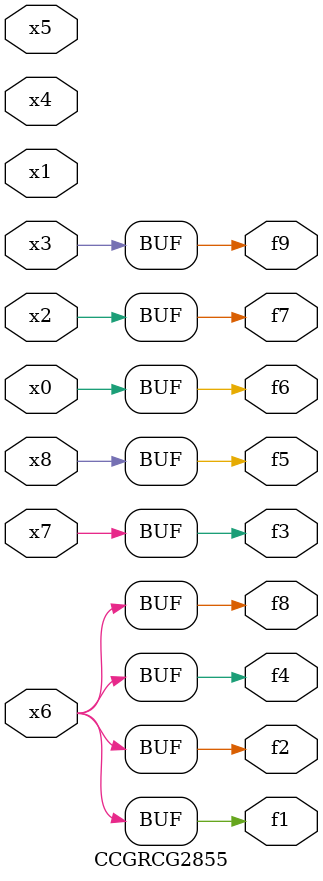
<source format=v>
module CCGRCG2855(
	input x0, x1, x2, x3, x4, x5, x6, x7, x8,
	output f1, f2, f3, f4, f5, f6, f7, f8, f9
);
	assign f1 = x6;
	assign f2 = x6;
	assign f3 = x7;
	assign f4 = x6;
	assign f5 = x8;
	assign f6 = x0;
	assign f7 = x2;
	assign f8 = x6;
	assign f9 = x3;
endmodule

</source>
